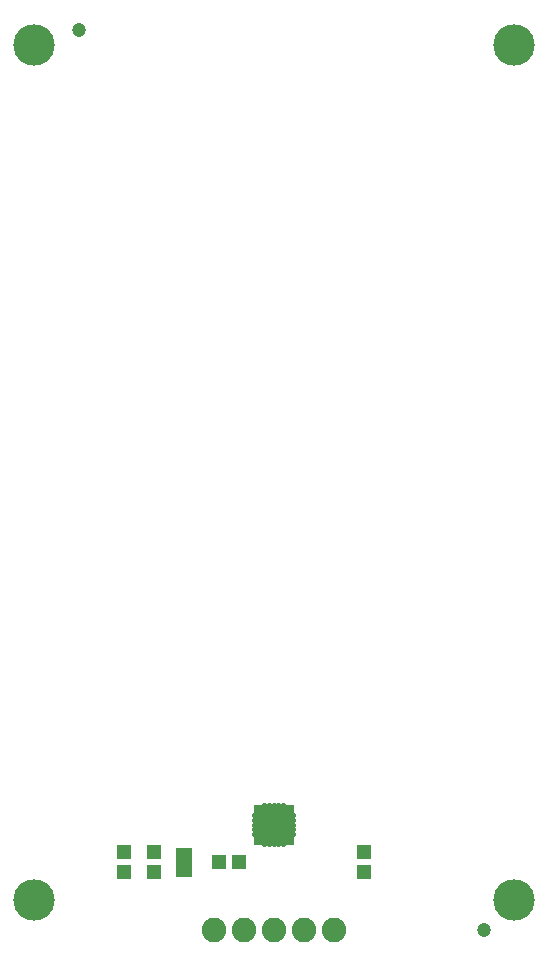
<source format=gbr>
G04 EAGLE Gerber RS-274X export*
G75*
%MOMM*%
%FSLAX34Y34*%
%LPD*%
%INSoldermask Bottom*%
%IPPOS*%
%AMOC8*
5,1,8,0,0,1.08239X$1,22.5*%
G01*
%ADD10C,0.398200*%
%ADD11R,3.403600X3.378200*%
%ADD12R,1.203200X1.303200*%
%ADD13C,3.505200*%
%ADD14C,2.082800*%
%ADD15C,1.203200*%
%ADD16R,1.473200X0.838200*%
%ADD17R,1.303200X1.203200*%


D10*
X257796Y101702D02*
X252246Y101702D01*
X252246Y93702D02*
X257796Y93702D01*
X257796Y109702D02*
X252246Y109702D01*
X252246Y97702D02*
X257796Y97702D01*
X257796Y105702D02*
X252246Y105702D01*
X241300Y90705D02*
X241300Y85155D01*
X233300Y85155D02*
X233300Y90705D01*
X249300Y90705D02*
X249300Y85155D01*
X237300Y85155D02*
X237300Y90705D01*
X245300Y90705D02*
X245300Y85155D01*
X241300Y112571D02*
X241300Y118121D01*
X249300Y118121D02*
X249300Y112571D01*
X233300Y112571D02*
X233300Y118121D01*
X245300Y118121D02*
X245300Y112571D01*
X237300Y112571D02*
X237300Y118121D01*
X230354Y101651D02*
X224804Y101651D01*
X224804Y109651D02*
X230354Y109651D01*
X230354Y93651D02*
X224804Y93651D01*
X224804Y105651D02*
X230354Y105651D01*
X230354Y97651D02*
X224804Y97651D01*
D11*
X241300Y101727D03*
D12*
X139700Y78350D03*
X139700Y61350D03*
X114300Y61350D03*
X114300Y78350D03*
X317500Y61350D03*
X317500Y78350D03*
D13*
X444500Y38100D03*
X38100Y38100D03*
X444500Y762000D03*
X38100Y762000D03*
D14*
X190500Y12700D03*
X215900Y12700D03*
X241300Y12700D03*
X266700Y12700D03*
X292100Y12700D03*
D15*
X76200Y774700D03*
X419100Y12700D03*
D16*
X165100Y77978D03*
X165100Y69850D03*
X165100Y61722D03*
D17*
X194700Y69850D03*
X211700Y69850D03*
M02*

</source>
